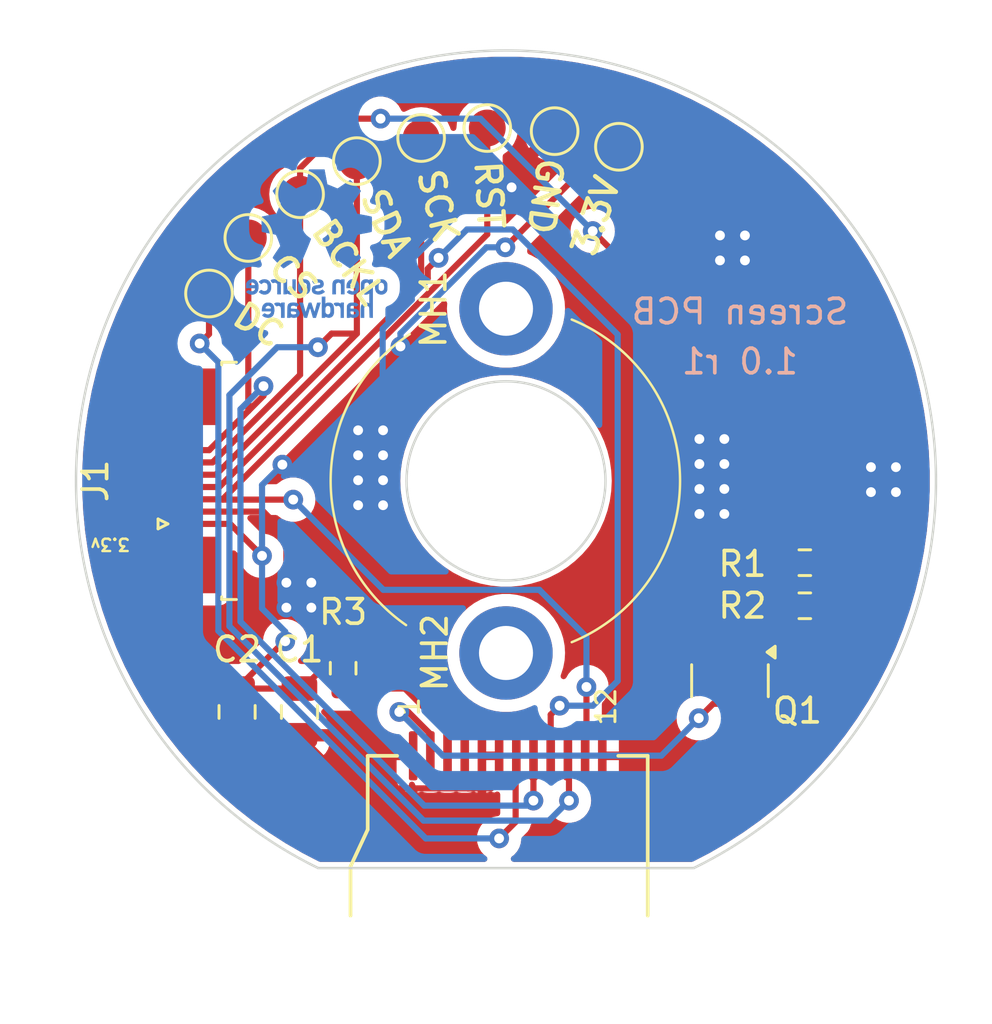
<source format=kicad_pcb>
(kicad_pcb (version 20240108) (generator "pcbnew") (generator_version "8.0")
  (layers (0 "F.Cu" signal) (31 "B.Cu" signal) (34 "B.Paste" user) (35 "F.Paste" user) (36 "B.SilkS" user "B.Silkscreen") (37 "F.SilkS" user "F.Silkscreen") (38 "B.Mask" user) (39 "F.Mask" user) (44 "Edge.Cuts" user))
  (net 0 "")
  (net 1 "/SCK")
  (net 2 "/CS")
  (net 3 "/SDA")
  (net 4 "/DC")
  (net 5 "GND")
  (net 6 "+3.3V")
  (net 7 "/RST")
  (net 8 "/BACKLIGHT")
  (net 9 "/LEDK")
  (net 10 "Net-(Q1-G)")
  (net 11 "/LEDA")
  (footprint "Connector_FFC-FPC:TE_0-1734839-8_1x08-1MP_P0.5mm_Horizontal" (layer "F.Cu") (at 95.885 101.6 90)
    (property "Reference" "J1")
    (property "Value" "Conn_01x07")
  )
  (footprint "Resistor_SMD:R_0603_1608Metric" (layer "F.Cu") (at 121.666 106.68 180)
    (property "Reference" "R2")
    (property "Value" "1M")
  )
  (footprint "MountingHole:MountingHole_2.2mm_M2_DIN965_Pad_TopBottom" (layer "F.Cu") (at 109.5 94.6 -90)
    (property "Reference" "MH1")
    (property "Value" "MH M2")
  )
  (footprint "TestPoint:TestPoint_Pad_D1.5mm" (layer "F.Cu") (at 114.0968 88.011)
    (property "Reference" "TP1" (hide yes))
    (property "Value" "TestPoint")
  )
  (footprint "Resistor_SMD:R_0603_1608Metric" (layer "F.Cu") (at 102.87 109.22 -90)
    (property "Reference" "R3")
    (property "Value" "22R")
  )
  (footprint "Capacitor_SMD:C_0805_2012Metric" (layer "F.Cu") (at 101.092 110.998 -90)
    (property "Reference" "C1")
    (property "Value" "22uF")
  )
  (footprint "TestPoint:TestPoint_Pad_D1.5mm" (layer "F.Cu") (at 111.4806 87.376)
    (property "Reference" "TP2" (hide yes))
    (property "Value" "TestPoint")
  )
  (footprint "TestPoint:TestPoint_Pad_D1.5mm" (layer "F.Cu") (at 103.4288 88.5952 90)
    (property "Reference" "TP5" (hide yes))
    (property "Value" "TestPoint")
  )
  (footprint "gc0a01:GC9A01Round1.28" (layer "F.Cu") (at 109.57 112.7825 90)
    (property "Reference" "J2" (hide yes))
    (property "Value" "GC9A01")
  )
  (footprint "Resistor_SMD:R_0603_1608Metric" (layer "F.Cu") (at 121.666 104.9274)
    (property "Reference" "R1")
    (property "Value" "10k")
  )
  (footprint "TestPoint:TestPoint_Pad_D1.5mm" (layer "F.Cu") (at 99.0092 91.7194 90)
    (property "Reference" "TP7" (hide yes))
    (property "Value" "TestPoint")
  )
  (footprint "MountingHole:MountingHole_2.2mm_M2_DIN965_Pad_TopBottom" (layer "F.Cu") (at 109.5 108.6 -90)
    (property "Reference" "MH2")
    (property "Value" "MH M2")
  )
  (footprint "TestPoint:TestPoint_Pad_D1.5mm" (layer "F.Cu") (at 97.409 93.98 90)
    (property "Reference" "TP8" (hide yes))
    (property "Value" "TestPoint")
  )
  (footprint "TestPoint:TestPoint_Pad_D1.5mm" (layer "F.Cu") (at 101.1174 89.9414 90)
    (property "Reference" "TP6" (hide yes))
    (property "Value" "TestPoint")
  )
  (footprint "TestPoint:TestPoint_Pad_D1.5mm" (layer "F.Cu") (at 106.045 87.6554)
    (property "Reference" "TP4" (hide yes))
    (property "Value" "TestPoint")
  )
  (footprint "Package_TO_SOT_SMD:SOT-23" (layer "F.Cu") (at 118.618 109.728 -90)
    (property "Reference" "Q1")
    (property "Value" "2N7002")
  )
  (footprint "Capacitor_SMD:C_0805_2012Metric" (layer "F.Cu") (at 98.552 110.998 -90)
    (property "Reference" "C2")
    (property "Value" "100nF")
  )
  (footprint "TestPoint:TestPoint_Pad_D1.5mm" (layer "F.Cu") (at 108.7374 87.249)
    (property "Reference" "TP3" (hide yes))
    (property "Value" "TestPoint")
  )
  (footprint "Symbol:OSHW-Logo_5.7x6mm_Copper" (layer "B.Cu") (at 101.8032 91.948 180)
    (property "Reference" "REF**" (hide yes))
    (property "Value" "OSHW-Logo_5.7x6mm_Copper" (hide yes))
  )
  (footprint "Symbol:OSHW-Logo_5.7x6mm_Copper" (layer "B.Cu") (at 101.8032 91.948 180)
    (property "Reference" "REF**" (hide yes))
    (property "Value" "OSHW-Logo_5.7x6mm_Copper" (hide yes))
  )
  (gr_arc (start 112.175764 95.038622) (mid 116.586 101.59977) (end 112.17619 108.161204) (stroke (width 0.1)) (layer "F.SilkS"))
  (gr_arc (start 105.432123 107.466239) (mid 102.361917 101.509733) (end 105.581767 95.632771) (stroke (width 0.1)) (layer "F.SilkS"))
  (gr_circle (center 109.5 101.6) (end 113.55 101.6) (stroke (width 0.1)) (fill none) (layer "Edge.Cuts"))
  (gr_line (start 117.1448 117.348) (end 101.854 117.348) (stroke (width 0.1)) (layer "Edge.Cuts"))
  (gr_arc (start 101.854229 117.347528) (mid 109.50054 84.094502) (end 117.1448 117.348) (stroke (width 0.1)) (layer "Edge.Cuts"))
  (gr_text "1.0 r1" (at 119.0244 97.3328 -0) (layer "B.SilkS") (effects (font (size 1 1)) (justify bottom mirror)))
  (gr_text "Screen PCB" (at 119.0244 95.3008 0) (layer "B.SilkS") (effects (font (size 1 1)) (justify bottom mirror)))
  (gr_text "3.3V" (at 113.7158 89.1794 71.311) (layer "F.SilkS") (effects (font (size 1 1) (thickness 0.18) (bold yes)) (justify right)))
  (gr_text "GND" (at 111.3282 88.392 262.073) (layer "F.SilkS") (effects (font (size 1 1) (thickness 0.18) (bold yes)) (justify left)))
  (gr_text "SDA" (at 103.9876 89.7382 295.026) (layer "F.SilkS") (effects (font (size 1 1) (thickness 0.18) (bold yes)) (justify left)))
  (gr_text "SCK" (at 106.3498 88.8746 283.916) (layer "F.SilkS") (effects (font (size 1 1) (thickness 0.18) (bold yes)) (justify left)))
  (gr_text "3.3v" (at 94.234 103.886 180) (layer "F.SilkS") (effects (font (size 0.5 0.5) (thickness 0.1) (bold yes)) (justify left bottom)))
  (gr_text "DC" (at 98.4758 94.6658 327.78) (layer "F.SilkS") (effects (font (size 1 1) (thickness 0.18) (bold yes)) (justify left)))
  (gr_text "BCKL" (at 101.9048 91.059 305.717) (layer "F.SilkS") (effects (font (size 1 1) (thickness 0.18) (bold yes)) (justify left)))
  (gr_text "RST" (at 108.7374 88.498999 273.042) (layer "F.SilkS") (effects (font (size 1 1) (thickness 0.18) (bold yes)) (justify left)))
  (gr_text "CS" (at 100.037875 92.567072 316.717) (layer "F.SilkS") (effects (font (size 1 1) (thickness 0.18) (bold yes)) (justify left)))
  (segment (start 97.824188 101.85) (end 106.045 93.629188) (width 0.25) (layer "F.Cu") (net 1))
  (segment (start 106.314094 92.971184) (end 106.754639 92.530639) (width 0.25) (layer "F.Cu") (net 1))
  (segment (start 111.6838 110.744) (end 111.32 111.1078) (width 0.25) (layer "F.Cu") (net 1))
  (segment (start 111.32 111.1078) (end 111.32 112.7825) (width 0.25) (layer "F.Cu") (net 1))
  (segment (start 106.045 93.629188) (end 106.314094 93.360094) (width 0.25) (layer "F.Cu") (net 1))
  (segment (start 106.045 93.629188) (end 106.045 87.6554) (width 0.25) (layer "F.Cu") (net 1))
  (segment (start 94.535 101.85) (end 97.824188 101.85) (width 0.25) (layer "F.Cu") (net 1))
  (segment (start 106.314094 93.360094) (end 106.314094 92.971184) (width 0.25) (layer "F.Cu") (net 1))
  (via (at 111.6838 110.744) (size 0.8) (drill 0.4) (layers "F.Cu" "B.Cu") (net 1))
  (via (at 106.754639 92.530639) (size 0.8) (drill 0.4) (layers "F.Cu" "B.Cu") (net 1))
  (segment (start 107.910134 91.375144) (end 106.754639 92.530639) (width 0.25) (layer "B.Cu") (net 1))
  (segment (start 113.039305 110.744) (end 114.046 109.737305) (width 0.25) (layer "B.Cu") (net 1))
  (segment (start 114.046 109.737305) (end 114.046 95.647943) (width 0.25) (layer "B.Cu") (net 1))
  (segment (start 114.046 95.647943) (end 109.773201 91.375144) (width 0.25) (layer "B.Cu") (net 1))
  (segment (start 111.6838 110.744) (end 113.039305 110.744) (width 0.25) (layer "B.Cu") (net 1))
  (segment (start 109.773201 91.375144) (end 107.910134 91.375144) (width 0.25) (layer "B.Cu") (net 1))
  (segment (start 99.627845 98.137155) (end 99.0092 98.7558) (width 0.25) (layer "F.Cu") (net 2))
  (segment (start 99.627845 97.748245) (end 99.627845 98.137155) (width 0.25) (layer "F.Cu") (net 2))
  (segment (start 110.617 112.7855) (end 110.62 112.7825) (width 0.25) (layer "F.Cu") (net 2))
  (segment (start 99.0092 98.7558) (end 99.0092 91.7194) (width 0.25) (layer "F.Cu") (net 2))
  (segment (start 97.415 100.35) (end 99.0092 98.7558) (width 0.25) (layer "F.Cu") (net 2))
  (segment (start 110.617 114.6048) (end 110.617 112.7855) (width 0.25) (layer "F.Cu") (net 2))
  (segment (start 94.535 100.35) (end 97.415 100.35) (width 0.25) (layer "F.Cu") (net 2))
  (via (at 110.617 114.6048) (size 0.8) (drill 0.4) (layers "F.Cu" "B.Cu") (net 2))
  (via (at 99.627845 97.748245) (size 0.8) (drill 0.4) (layers "F.Cu" "B.Cu") (net 2))
  (segment (start 106.172 114.808) (end 98.69 107.326) (width 0.25) (layer "B.Cu") (net 2))
  (segment (start 98.69 107.326) (end 98.69 98.68609) (width 0.25) (layer "B.Cu") (net 2))
  (segment (start 110.4138 114.808) (end 106.172 114.808) (width 0.25) (layer "B.Cu") (net 2))
  (segment (start 110.617 114.6048) (end 110.4138 114.808) (width 0.25) (layer "B.Cu") (net 2))
  (segment (start 98.69 98.68609) (end 99.627845 97.748245) (width 0.25) (layer "B.Cu") (net 2))
  (segment (start 97.687792 101.35) (end 103.4288 95.608992) (width 0.25) (layer "F.Cu") (net 3))
  (segment (start 112.0648 112.8273) (end 112.02 112.7825) (width 0.25) (layer "F.Cu") (net 3))
  (segment (start 112.0648 114.6048) (end 112.0648 112.8273) (width 0.25) (layer "F.Cu") (net 3))
  (segment (start 103.4288 95.608992) (end 102.397808 95.608992) (width 0.25) (layer "F.Cu") (net 3))
  (segment (start 102.397808 95.608992) (end 101.8424 96.1644) (width 0.25) (layer "F.Cu") (net 3))
  (segment (start 103.4288 95.608992) (end 103.4288 88.5952) (width 0.25) (layer "F.Cu") (net 3))
  (segment (start 94.535 101.35) (end 97.687792 101.35) (width 0.25) (layer "F.Cu") (net 3))
  (via (at 101.8424 96.1644) (size 0.8) (drill 0.4) (layers "F.Cu" "B.Cu") (net 3))
  (via (at 112.0648 114.6048) (size 0.8) (drill 0.4) (layers "F.Cu" "B.Cu") (net 3))
  (segment (start 111.252 115.4176) (end 106.145204 115.4176) (width 0.25) (layer "B.Cu") (net 3))
  (segment (start 98.24 98.110785) (end 100.186385 96.1644) (width 0.25) (layer "B.Cu") (net 3))
  (segment (start 112.0648 114.6048) (end 111.252 115.4176) (width 0.25) (layer "B.Cu") (net 3))
  (segment (start 106.145204 115.4176) (end 98.24 107.512396) (width 0.25) (layer "B.Cu") (net 3))
  (segment (start 98.24 107.512396) (end 98.24 98.110785) (width 0.25) (layer "B.Cu") (net 3))
  (segment (start 100.186385 96.1644) (end 101.8424 96.1644) (width 0.25) (layer "B.Cu") (net 3))
  (segment (start 109.892 115.4706) (end 109.892 112.8105) (width 0.25) (layer "F.Cu") (net 4))
  (segment (start 109.892 112.8105) (end 109.92 112.7825) (width 0.25) (layer "F.Cu") (net 4))
  (segment (start 97.409 93.98) (end 97.409 95.631) (width 0.25) (layer "F.Cu") (net 4))
  (segment (start 94.36 99.675) (end 94.36 96.394) (width 0.25) (layer "F.Cu") (net 4))
  (segment (start 96.774 93.98) (end 97.409 93.98) (width 0.25) (layer "F.Cu") (net 4))
  (segment (start 94.535 99.85) (end 94.36 99.675) (width 0.25) (layer "F.Cu") (net 4))
  (segment (start 94.36 96.394) (end 96.774 93.98) (width 0.25) (layer "F.Cu") (net 4))
  (segment (start 97.409 95.631) (end 97.028 96.012) (width 0.25) (layer "F.Cu") (net 4))
  (segment (start 109.22 116.1426) (end 109.892 115.4706) (width 0.25) (layer "F.Cu") (net 4))
  (via (at 97.028 96.012) (size 0.8) (drill 0.4) (layers "F.Cu" "B.Cu") (net 4))
  (via (at 109.22 116.1426) (size 0.8) (drill 0.4) (layers "F.Cu" "B.Cu") (net 4))
  (segment (start 97.79 107.698792) (end 97.79 96.774) (width 0.25) (layer "B.Cu") (net 4))
  (segment (start 97.79 96.774) (end 97.028 96.012) (width 0.25) (layer "B.Cu") (net 4))
  (segment (start 109.22 116.1426) (end 106.233808 116.1426) (width 0.25) (layer "B.Cu") (net 4))
  (segment (start 106.233808 116.1426) (end 97.79 107.698792) (width 0.25) (layer "B.Cu") (net 4))
  (segment (start 108.894999 114.1075) (end 107.95 114.1075) (width 0.25) (layer "F.Cu") (net 5))
  (segment (start 108.52 113.782499) (end 108.194999 114.1075) (width 0.25) (layer "F.Cu") (net 5))
  (segment (start 118.5926 101.727) (end 118.3894 101.9302) (width 0.25) (layer "F.Cu") (net 5))
  (segment (start 94.535 102.85) (end 99.6242 102.85) (width 0.25) (layer "F.Cu") (net 5))
  (segment (start 98.552 106.7562) (end 97.4598 107.8484) (width 0.25) (layer "F.Cu") (net 5))
  (segment (start 109.22 112.7825) (end 109.22 113.782499) (width 0.25) (layer "F.Cu") (net 5))
  (segment (start 109.22 113.782499) (end 108.894999 114.1075) (width 0.25) (layer "F.Cu") (net 5))
  (segment (start 97.4598 107.8484) (end 97.4598 110.8558) (width 0.25) (layer "F.Cu") (net 5))
  (segment (start 100.5586 103.7844) (end 100.5586 105.7402) (width 0.25) (layer "F.Cu") (net 5))
  (segment (start 108.52 112.7825) (end 108.52 113.782499) (width 0.25) (layer "F.Cu") (net 5))
  (segment (start 99.6242 102.85) (end 100.5586 103.7844) (width 0.25) (layer "F.Cu") (net 5))
  (segment (start 103.2515 114.1075) (end 101.092 111.948) (width 0.25) (layer "F.Cu") (net 5))
  (segment (start 97.4598 110.8558) (end 98.552 111.948) (width 0.25) (layer "F.Cu") (net 5))
  (segment (start 109.22 112.7825) (end 108.52 112.7825) (width 0.25) (layer "F.Cu") (net 5))
  (segment (start 109.728 89.1286) (end 111.4806 87.376) (width 0.25) (layer "F.Cu") (net 5))
  (segment (start 103.4796 102.8192) (end 103.4796 102.5906) (width 0.25) (layer "F.Cu") (net 5))
  (segment (start 118.3894 104.2284) (end 118.3894 102.9462) (width 0.5) (layer "F.Cu") (net 5))
  (segment (start 107.95 114.1075) (end 103.2515 114.1075) (width 0.25) (layer "F.Cu") (net 5))
  (segment (start 108.194999 114.1075) (end 107.95 114.1075) (width 0.25) (layer "F.Cu") (net 5))
  (segment (start 120.841 106.68) (end 118.3894 104.2284) (width 0.5) (layer "F.Cu") (net 5))
  (segment (start 101.092 111.948) (end 98.552 111.948) (width 0.25) (layer "F.Cu") (net 5))
  (segment (start 103.493699 106.7562) (end 101.5746 106.7562) (width 0.25) (layer "F.Cu") (net 5))
  (segment (start 109.728 89.662) (end 109.728 89.1286) (width 0.25) (layer "F.Cu") (net 5))
  (segment (start 100.5586 106.7562) (end 98.552 106.7562) (width 0.25) (layer "F.Cu") (net 5))
  (segment (start 108.52 111.782501) (end 103.493699 106.7562) (width 0.25) (layer "F.Cu") (net 5))
  (segment (start 100.5586 105.7402) (end 103.4796 102.8192) (width 0.25) (layer "F.Cu") (net 5))
  (segment (start 108.52 112.7825) (end 108.52 111.782501) (width 0.25) (layer "F.Cu") (net 5))
  (via (at 117.3734 101.9302) (size 0.8) (drill 0.4) (layers "F.Cu" "B.Cu") (net 5))
  (via (at 118.3894 102.9462) (size 0.8) (drill 0.4) (layers "F.Cu" "B.Cu") (net 5))
  (via (at 118.3894 101.9302) (size 0.8) (drill 0.4) (layers "F.Cu" "B.Cu") (net 5))
  (via (at 124.3584 101.0412) (size 0.8) (drill 0.4) (layers "F.Cu" "B.Cu") (net 5))
  (via (at 103.4796 100.5586) (size 0.8) (drill 0.4) (layers "F.Cu" "B.Cu") (net 5))
  (via (at 118.3894 99.8982) (size 0.8) (drill 0.4) (layers "F.Cu" "B.Cu") (net 5))
  (via (at 117.3734 100.9142) (size 0.8) (drill 0.4) (layers "F.Cu" "B.Cu") (net 5))
  (via (at 101.5746 105.7402) (size 0.8) (drill 0.4) (layers "F.Cu" "B.Cu") (net 5))
  (via (at 100.5586 106.7562) (size 0.8) (drill 0.4) (layers "F.Cu" "B.Cu") (net 5))
  (via (at 117.3734 99.8982) (size 0.8) (drill 0.4) (layers "F.Cu" "B.Cu") (net 5))
  (via (at 119.2276 92.6338) (size 0.8) (drill 0.4) (layers "F.Cu" "B.Cu") (net 5))
  (via (at 109.728 89.662) (size 0.8) (drill 0.4) (layers "F.Cu" "B.Cu") (net 5))
  (via (at 118.2116 91.6178) (size 0.8) (drill 0.4) (layers "F.Cu" "B.Cu") (net 5))
  (via (at 104.4956 102.5906) (size 0.8) (drill 0.4) (layers "F.Cu" "B.Cu") (net 5))
  (via (at 124.3584 102.0572) (size 0.8) (drill 0.4) (layers "F.Cu" "B.Cu") (net 5))
  (via (at 118.2116 92.6338) (size 0.8) (drill 0.4) (layers "F.Cu" "B.Cu") (net 5))
  (via (at 125.3744 102.0572) (size 0.8) (drill 0.4) (layers "F.Cu" "B.Cu") (net 5))
  (via (at 125.3744 101.0412) (size 0.8) (drill 0.4) (layers "F.Cu" "B.Cu") (net 5))
  (via (at 104.4956 100.5586) (size 0.8) (drill 0.4) (layers "F.Cu" "B.Cu") (net 5))
  (via (at 103.4796 99.5426) (size 0.8) (drill 0.4) (layers "F.Cu" "B.Cu") (net 5))
  (via (at 101.5746 106.7562) (size 0.8) (drill 0.4) (layers "F.Cu" "B.Cu") (net 5))
  (via (at 100.5586 105.7402) (size 0.8) (drill 0.4) (layers "F.Cu" "B.Cu") (net 5))
  (via (at 118.3894 100.9142) (size 0.8) (drill 0.4) (layers "F.Cu" "B.Cu") (net 5))
  (via (at 103.4796 102.5906) (size 0.8) (drill 0.4) (layers "F.Cu" "B.Cu") (net 5))
  (via (at 103.4796 101.5746) (size 0.8) (drill 0.4) (layers "F.Cu" "B.Cu") (net 5))
  (via (at 119.2276 91.6178) (size 0.8) (drill 0.4) (layers "F.Cu" "B.Cu") (net 5))
  (via (at 104.4956 99.5426) (size 0.8) (drill 0.4) (layers "F.Cu" "B.Cu") (net 5))
  (via (at 104.4956 101.5746) (size 0.8) (drill 0.4) (layers "F.Cu" "B.Cu") (net 5))
  (via (at 117.3734 102.9462) (size 0.8) (drill 0.4) (layers "F.Cu" "B.Cu") (net 5))
  (segment (start 117.3734 97.3074) (end 117.3734 99.8982) (width 0.25) (layer "B.Cu") (net 5))
  (segment (start 118.4402 102.0318) (end 118.5418 101.9302) (width 0.5) (layer "B.Cu") (net 5))
  (segment (start 105.664 94.234) (end 105.664 92.595973) (width 0.25) (layer "B.Cu") (net 5))
  (segment (start 124.2314 100.9142) (end 124.3584 101.0412) (width 0.5) (layer "B.Cu") (net 5))
  (segment (start 104.479323 99.526323) (end 104.479323 95.418677) (width 0.25) (layer "B.Cu") (net 5))
  (segment (start 104.4956 99.5426) (end 104.479323 99.526323) (width 0.25) (layer "B.Cu") (net 5))
  (segment (start 118.5418 101.9302) (end 124.2314 101.9302) (width 0.5) (layer "B.Cu") (net 5))
  (segment (start 109.728 89.662) (end 117.3734 97.3074) (width 0.25) (layer "B.Cu") (net 5))
  (segment (start 124.2314 101.9302) (end 124.3584 102.0572) (width 0.25) (layer "B.Cu") (net 5))
  (segment (start 105.664 92.595973) (end 108.597973 89.662) (width 0.25) (layer "B.Cu") (net 5))
  (segment (start 124.2314 101.9302) (end 124.2822 101.981) (width 0.5) (layer "B.Cu") (net 5))
  (segment (start 108.597973 89.662) (end 109.728 89.662) (width 0.25) (layer "B.Cu") (net 5))
  (segment (start 118.3894 100.9142) (end 124.2314 100.9142) (width 0.5) (layer "B.Cu") (net 5))
  (segment (start 124.2822 101.981) (end 124.2822 102.0318) (width 0.5) (layer "B.Cu") (net 5))
  (segment (start 104.479323 95.418677) (end 105.664 94.234) (width 0.25) (layer "B.Cu") (net 5))
  (segment (start 104.432499 108.395) (end 107.82 111.782501) (width 0.25) (layer "F.Cu") (net 6))
  (segment (start 105.163432 96.131568) (end 105.204323 96.131568) (width 0.25) (layer "F.Cu") (net 6))
  (segment (start 107.82 111.782501) (end 107.82 112.7825) (width 0.25) (layer "F.Cu") (net 6))
  (segment (start 101.217 110.048) (end 102.87 108.395) (width 0.25) (layer "F.Cu") (net 6))
  (segment (start 100.3808 108.2548) (end 100.3452 108.2548) (width 0.25) (layer "F.Cu") (net 6))
  (segment (start 98.27 103.35) (end 94.535 103.35) (width 0.25) (layer "F.Cu") (net 6))
  (segment (start 99.568 104.648) (end 98.27 103.35) (width 0.25) (layer "F.Cu") (net 6))
  (segment (start 100.3452 108.2548) (end 98.552 110.048) (width 0.25) (layer "F.Cu") (net 6))
  (segment (start 102.87 108.395) (end 104.432499 108.395) (width 0.25) (layer "F.Cu") (net 6))
  (segment (start 113.56204 88.011) (end 114.0968 88.011) (width 0.25) (layer "F.Cu") (net 6))
  (segment (start 100.39629 100.9396) (end 100.39629 100.89871) (width 0.25) (layer "F.Cu") (net 6))
  (segment (start 98.552 110.048) (end 101.092 110.048) (width 0.25) (layer "F.Cu") (net 6))
  (segment (start 100.512453 108.123147) (end 100.3808 108.2548) (width 0.25) (layer "F.Cu") (net 6))
  (segment (start 100.39629 100.89871) (end 105.163432 96.131568) (width 0.25) (layer "F.Cu") (net 6))
  (segment (start 109.472896 92.100144) (end 113.56204 88.011) (width 0.25) (layer "F.Cu") (net 6))
  (segment (start 101.092 110.048) (end 101.217 110.048) (width 0.25) (layer "F.Cu") (net 6))
  (via (at 99.568 104.648) (size 0.8) (drill 0.4) (layers "F.Cu" "B.Cu") (net 6))
  (via (at 100.39629 100.9396) (size 0.8) (drill 0.4) (layers "F.Cu" "B.Cu") (net 6))
  (via (at 100.512453 108.123147) (size 0.8) (drill 0.4) (layers "F.Cu" "B.Cu") (net 6))
  (via (at 109.472896 92.100144) (size 0.8) (drill 0.4) (layers "F.Cu" "B.Cu") (net 6))
  (via (at 105.204323 96.131568) (size 0.8) (drill 0.4) (layers "F.Cu" "B.Cu") (net 6))
  (segment (start 108.706543 92.100144) (end 109.472896 92.100144) (width 0.25) (layer "B.Cu") (net 6))
  (segment (start 99.568 106.790905) (end 99.568 104.648) (width 0.25) (layer "B.Cu") (net 6))
  (segment (start 99.568 101.76789) (end 99.568 104.648) (width 0.25) (layer "B.Cu") (net 6))
  (segment (start 100.512453 108.123147) (end 100.512453 107.735358) (width 0.25) (layer "B.Cu") (net 6))
  (segment (start 100.512453 107.735358) (end 99.568 106.790905) (width 0.25) (layer "B.Cu") (net 6))
  (segment (start 105.204323 96.131568) (end 105.204323 95.602364) (width 0.25) (layer "B.Cu") (net 6))
  (segment (start 105.204323 95.602364) (end 108.706543 92.100144) (width 0.25) (layer "B.Cu") (net 6))
  (segment (start 100.39629 100.9396) (end 99.568 101.76789) (width 0.25) (layer "B.Cu") (net 6))
  (segment (start 112.776 112.7265) (end 112.72 112.7825) (width 0.25) (layer "F.Cu") (net 7))
  (segment (start 97.972584 102.362) (end 100.838 102.362) (width 0.25) (layer "F.Cu") (net 7))
  (segment (start 94.535 102.35) (end 97.960584 102.35) (width 0.25) (layer "F.Cu") (net 7))
  (segment (start 108.7374 91.573184) (end 108.7374 87.249) (width 0.25) (layer "F.Cu") (net 7))
  (segment (start 97.960584 102.35) (end 97.972584 102.362) (width 0.25) (layer "F.Cu") (net 7))
  (segment (start 112.776 109.982) (end 112.776 112.7265) (width 0.25) (layer "F.Cu") (net 7))
  (segment (start 97.960584 102.35) (end 108.7374 91.573184) (width 0.25) (layer "F.Cu") (net 7))
  (via (at 100.838 102.362) (size 0.8) (drill 0.4) (layers "F.Cu" "B.Cu") (net 7))
  (via (at 112.776 109.982) (size 0.8) (drill 0.4) (layers "F.Cu" "B.Cu") (net 7))
  (segment (start 112.776 109.982) (end 112.776 107.95) (width 0.25) (layer "B.Cu") (net 7))
  (segment (start 104.507616 106.031616) (end 100.838 102.362) (width 0.25) (layer "B.Cu") (net 7))
  (segment (start 110.857616 106.031616) (end 104.507616 106.031616) (width 0.25) (layer "B.Cu") (net 7))
  (segment (start 112.776 107.95) (end 110.857616 106.031616) (width 0.25) (layer "B.Cu") (net 7))
  (segment (start 120.841 104.9274) (end 120.841 99.251) (width 0.25) (layer "F.Cu") (net 8))
  (segment (start 104.394 86.868) (end 103.13014 86.868) (width 0.25) (layer "F.Cu") (net 8))
  (segment (start 103.13014 86.868) (end 101.1174 88.88074) (width 0.25) (layer "F.Cu") (net 8))
  (segment (start 94.535 100.85) (end 97.551396 100.85) (width 0.25) (layer "F.Cu") (net 8))
  (segment (start 120.841 99.251) (end 113.03 91.44) (width 0.25) (layer "F.Cu") (net 8))
  (segment (start 101.1174 88.88074) (end 101.1174 89.9414) (width 0.25) (layer "F.Cu") (net 8))
  (segment (start 101.1174 97.283996) (end 101.1174 89.9414) (width 0.25) (layer "F.Cu") (net 8))
  (segment (start 97.551396 100.85) (end 101.1174 97.283996) (width 0.25) (layer "F.Cu") (net 8))
  (via (at 113.03 91.44) (size 0.8) (drill 0.4) (layers "F.Cu" "B.Cu") (net 8))
  (via (at 104.394 86.868) (size 0.8) (drill 0.4) (layers "F.Cu" "B.Cu") (net 8))
  (segment (start 113.03 91.44) (end 108.458 86.868) (width 0.25) (layer "B.Cu") (net 8))
  (segment (start 108.458 86.868) (end 104.394 86.868) (width 0.25) (layer "B.Cu") (net 8))
  (segment (start 106.42 111.896712) (end 106.42 112.7825) (width 0.25) (layer "F.Cu") (net 9))
  (segment (start 118.618 110.6655) (end 117.9345 110.6655) (width 0.25) (layer "F.Cu") (net 9))
  (segment (start 105.521288 110.998) (end 106.42 111.896712) (width 0.25) (layer "F.Cu") (net 9))
  (segment (start 105.156 110.998) (end 105.521288 110.998) (width 0.25) (layer "F.Cu") (net 9))
  (segment (start 106.426 112.7765) (end 106.42 112.7825) (width 0.25) (layer "F.Cu") (net 9))
  (segment (start 117.9345 110.6655) (end 117.348 111.252) (width 0.25) (layer "F.Cu") (net 9))
  (via (at 105.156 110.998) (size 0.8) (drill 0.4) (layers "F.Cu" "B.Cu") (net 9))
  (via (at 117.348 111.252) (size 0.8) (drill 0.4) (layers "F.Cu" "B.Cu") (net 9))
  (segment (start 117.348 111.252) (end 115.824 112.776) (width 0.25) (layer "B.Cu") (net 9))
  (segment (start 106.934 112.776) (end 105.156 110.998) (width 0.25) (layer "B.Cu") (net 9))
  (segment (start 115.824 112.776) (end 106.934 112.776) (width 0.25) (layer "B.Cu") (net 9))
  (segment (start 122.491 106.68) (end 122.491 104.9274) (width 0.25) (layer "F.Cu") (net 10))
  (segment (start 120.3805 108.7905) (end 122.491 106.68) (width 0.25) (layer "F.Cu") (net 10))
  (segment (start 119.568 108.7905) (end 120.3805 108.7905) (width 0.25) (layer "F.Cu") (net 10))
  (segment (start 107.12 111.782501) (end 107.12 112.7825) (width 0.25) (layer "F.Cu") (net 11))
  (segment (start 102.87 110.045) (end 105.382499 110.045) (width 0.25) (layer "F.Cu") (net 11))
  (segment (start 105.382499 110.045) (end 107.12 111.782501) (width 0.25) (layer "F.Cu") (net 11))
  (zone (net 5) (net_name "GND") (layers "F&B.Cu") (connect_pads (clearance 0.5)) (min_thickness 0.25) (fill yes (thermal_gap 0.5) (thermal_bridge_width 0.5))
    (polygon (pts (xy 88.9 82.042) (xy 129.286 82.042) (xy 129.286 123.698) (xy 88.9 123.698)))
  )
)
</source>
